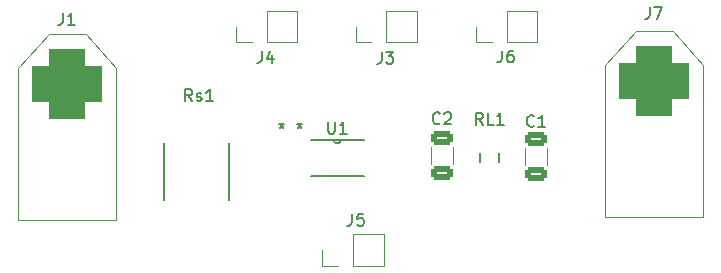
<source format=gto>
%TF.GenerationSoftware,KiCad,Pcbnew,7.0.2*%
%TF.CreationDate,2023-06-26T21:49:35-07:00*%
%TF.ProjectId,Current Sense Standalone,43757272-656e-4742-9053-656e73652053,rev?*%
%TF.SameCoordinates,Original*%
%TF.FileFunction,Legend,Top*%
%TF.FilePolarity,Positive*%
%FSLAX46Y46*%
G04 Gerber Fmt 4.6, Leading zero omitted, Abs format (unit mm)*
G04 Created by KiCad (PCBNEW 7.0.2) date 2023-06-26 21:49:35*
%MOMM*%
%LPD*%
G01*
G04 APERTURE LIST*
G04 Aperture macros list*
%AMRoundRect*
0 Rectangle with rounded corners*
0 $1 Rounding radius*
0 $2 $3 $4 $5 $6 $7 $8 $9 X,Y pos of 4 corners*
0 Add a 4 corners polygon primitive as box body*
4,1,4,$2,$3,$4,$5,$6,$7,$8,$9,$2,$3,0*
0 Add four circle primitives for the rounded corners*
1,1,$1+$1,$2,$3*
1,1,$1+$1,$4,$5*
1,1,$1+$1,$6,$7*
1,1,$1+$1,$8,$9*
0 Add four rect primitives between the rounded corners*
20,1,$1+$1,$2,$3,$4,$5,0*
20,1,$1+$1,$4,$5,$6,$7,0*
20,1,$1+$1,$6,$7,$8,$9,0*
20,1,$1+$1,$8,$9,$2,$3,0*%
G04 Aperture macros list end*
%ADD10C,0.150000*%
%ADD11C,0.152400*%
%ADD12C,0.127000*%
%ADD13C,0.120000*%
%ADD14R,1.473200X0.355600*%
%ADD15R,6.200000X2.700000*%
%ADD16R,1.800000X1.600000*%
%ADD17C,6.000000*%
%ADD18RoundRect,1.500000X-1.500000X1.500000X-1.500000X-1.500000X1.500000X-1.500000X1.500000X1.500000X0*%
%ADD19R,1.700000X1.700000*%
%ADD20O,1.700000X1.700000*%
%ADD21RoundRect,0.250000X-0.650000X0.325000X-0.650000X-0.325000X0.650000X-0.325000X0.650000X0.325000X0*%
G04 APERTURE END LIST*
D10*
X141097095Y-91877618D02*
X141097095Y-92687141D01*
X141097095Y-92687141D02*
X141144714Y-92782379D01*
X141144714Y-92782379D02*
X141192333Y-92829999D01*
X141192333Y-92829999D02*
X141287571Y-92877618D01*
X141287571Y-92877618D02*
X141478047Y-92877618D01*
X141478047Y-92877618D02*
X141573285Y-92829999D01*
X141573285Y-92829999D02*
X141620904Y-92782379D01*
X141620904Y-92782379D02*
X141668523Y-92687141D01*
X141668523Y-92687141D02*
X141668523Y-91877618D01*
X142668523Y-92877618D02*
X142097095Y-92877618D01*
X142382809Y-92877618D02*
X142382809Y-91877618D01*
X142382809Y-91877618D02*
X142287571Y-92020475D01*
X142287571Y-92020475D02*
X142192333Y-92115713D01*
X142192333Y-92115713D02*
X142097095Y-92163332D01*
X137160000Y-91944018D02*
X137160000Y-92182113D01*
X136921905Y-92086875D02*
X137160000Y-92182113D01*
X137160000Y-92182113D02*
X137398095Y-92086875D01*
X137017143Y-92372589D02*
X137160000Y-92182113D01*
X137160000Y-92182113D02*
X137302857Y-92372589D01*
X138684000Y-91944018D02*
X138684000Y-92182113D01*
X138445905Y-92086875D02*
X138684000Y-92182113D01*
X138684000Y-92182113D02*
X138922095Y-92086875D01*
X138541143Y-92372589D02*
X138684000Y-92182113D01*
X138684000Y-92182113D02*
X138826857Y-92372589D01*
X129581691Y-90121481D02*
X129248358Y-89645290D01*
X129010263Y-90121481D02*
X129010263Y-89121481D01*
X129010263Y-89121481D02*
X129391215Y-89121481D01*
X129391215Y-89121481D02*
X129486453Y-89169100D01*
X129486453Y-89169100D02*
X129534072Y-89216719D01*
X129534072Y-89216719D02*
X129581691Y-89311957D01*
X129581691Y-89311957D02*
X129581691Y-89454814D01*
X129581691Y-89454814D02*
X129534072Y-89550052D01*
X129534072Y-89550052D02*
X129486453Y-89597671D01*
X129486453Y-89597671D02*
X129391215Y-89645290D01*
X129391215Y-89645290D02*
X129010263Y-89645290D01*
X129962644Y-90073862D02*
X130057882Y-90121481D01*
X130057882Y-90121481D02*
X130248358Y-90121481D01*
X130248358Y-90121481D02*
X130343596Y-90073862D01*
X130343596Y-90073862D02*
X130391215Y-89978623D01*
X130391215Y-89978623D02*
X130391215Y-89931004D01*
X130391215Y-89931004D02*
X130343596Y-89835766D01*
X130343596Y-89835766D02*
X130248358Y-89788147D01*
X130248358Y-89788147D02*
X130105501Y-89788147D01*
X130105501Y-89788147D02*
X130010263Y-89740528D01*
X130010263Y-89740528D02*
X129962644Y-89645290D01*
X129962644Y-89645290D02*
X129962644Y-89597671D01*
X129962644Y-89597671D02*
X130010263Y-89502433D01*
X130010263Y-89502433D02*
X130105501Y-89454814D01*
X130105501Y-89454814D02*
X130248358Y-89454814D01*
X130248358Y-89454814D02*
X130343596Y-89502433D01*
X131343596Y-90121481D02*
X130772168Y-90121481D01*
X131057882Y-90121481D02*
X131057882Y-89121481D01*
X131057882Y-89121481D02*
X130962644Y-89264338D01*
X130962644Y-89264338D02*
X130867406Y-89359576D01*
X130867406Y-89359576D02*
X130772168Y-89407195D01*
X154213731Y-92111420D02*
X153880398Y-91635229D01*
X153642303Y-92111420D02*
X153642303Y-91111420D01*
X153642303Y-91111420D02*
X154023255Y-91111420D01*
X154023255Y-91111420D02*
X154118493Y-91159039D01*
X154118493Y-91159039D02*
X154166112Y-91206658D01*
X154166112Y-91206658D02*
X154213731Y-91301896D01*
X154213731Y-91301896D02*
X154213731Y-91444753D01*
X154213731Y-91444753D02*
X154166112Y-91539991D01*
X154166112Y-91539991D02*
X154118493Y-91587610D01*
X154118493Y-91587610D02*
X154023255Y-91635229D01*
X154023255Y-91635229D02*
X153642303Y-91635229D01*
X155118493Y-92111420D02*
X154642303Y-92111420D01*
X154642303Y-92111420D02*
X154642303Y-91111420D01*
X155975636Y-92111420D02*
X155404208Y-92111420D01*
X155689922Y-92111420D02*
X155689922Y-91111420D01*
X155689922Y-91111420D02*
X155594684Y-91254277D01*
X155594684Y-91254277D02*
X155499446Y-91349515D01*
X155499446Y-91349515D02*
X155404208Y-91397134D01*
X168344871Y-82143479D02*
X168344871Y-82857764D01*
X168344871Y-82857764D02*
X168297252Y-83000621D01*
X168297252Y-83000621D02*
X168202014Y-83095860D01*
X168202014Y-83095860D02*
X168059157Y-83143479D01*
X168059157Y-83143479D02*
X167963919Y-83143479D01*
X168725824Y-82143479D02*
X169392490Y-82143479D01*
X169392490Y-82143479D02*
X168963919Y-83143479D01*
X155816435Y-85843331D02*
X155816435Y-86557616D01*
X155816435Y-86557616D02*
X155768816Y-86700473D01*
X155768816Y-86700473D02*
X155673578Y-86795712D01*
X155673578Y-86795712D02*
X155530721Y-86843331D01*
X155530721Y-86843331D02*
X155435483Y-86843331D01*
X156721197Y-85843331D02*
X156530721Y-85843331D01*
X156530721Y-85843331D02*
X156435483Y-85890950D01*
X156435483Y-85890950D02*
X156387864Y-85938569D01*
X156387864Y-85938569D02*
X156292626Y-86081426D01*
X156292626Y-86081426D02*
X156245007Y-86271902D01*
X156245007Y-86271902D02*
X156245007Y-86652854D01*
X156245007Y-86652854D02*
X156292626Y-86748092D01*
X156292626Y-86748092D02*
X156340245Y-86795712D01*
X156340245Y-86795712D02*
X156435483Y-86843331D01*
X156435483Y-86843331D02*
X156625959Y-86843331D01*
X156625959Y-86843331D02*
X156721197Y-86795712D01*
X156721197Y-86795712D02*
X156768816Y-86748092D01*
X156768816Y-86748092D02*
X156816435Y-86652854D01*
X156816435Y-86652854D02*
X156816435Y-86414759D01*
X156816435Y-86414759D02*
X156768816Y-86319521D01*
X156768816Y-86319521D02*
X156721197Y-86271902D01*
X156721197Y-86271902D02*
X156625959Y-86224283D01*
X156625959Y-86224283D02*
X156435483Y-86224283D01*
X156435483Y-86224283D02*
X156340245Y-86271902D01*
X156340245Y-86271902D02*
X156292626Y-86319521D01*
X156292626Y-86319521D02*
X156245007Y-86414759D01*
X143116267Y-99674322D02*
X143116267Y-100388607D01*
X143116267Y-100388607D02*
X143068648Y-100531464D01*
X143068648Y-100531464D02*
X142973410Y-100626703D01*
X142973410Y-100626703D02*
X142830553Y-100674322D01*
X142830553Y-100674322D02*
X142735315Y-100674322D01*
X144068648Y-99674322D02*
X143592458Y-99674322D01*
X143592458Y-99674322D02*
X143544839Y-100150512D01*
X143544839Y-100150512D02*
X143592458Y-100102893D01*
X143592458Y-100102893D02*
X143687696Y-100055274D01*
X143687696Y-100055274D02*
X143925791Y-100055274D01*
X143925791Y-100055274D02*
X144021029Y-100102893D01*
X144021029Y-100102893D02*
X144068648Y-100150512D01*
X144068648Y-100150512D02*
X144116267Y-100245750D01*
X144116267Y-100245750D02*
X144116267Y-100483845D01*
X144116267Y-100483845D02*
X144068648Y-100579083D01*
X144068648Y-100579083D02*
X144021029Y-100626703D01*
X144021029Y-100626703D02*
X143925791Y-100674322D01*
X143925791Y-100674322D02*
X143687696Y-100674322D01*
X143687696Y-100674322D02*
X143592458Y-100626703D01*
X143592458Y-100626703D02*
X143544839Y-100579083D01*
X135480817Y-85894944D02*
X135480817Y-86609229D01*
X135480817Y-86609229D02*
X135433198Y-86752086D01*
X135433198Y-86752086D02*
X135337960Y-86847325D01*
X135337960Y-86847325D02*
X135195103Y-86894944D01*
X135195103Y-86894944D02*
X135099865Y-86894944D01*
X136385579Y-86228277D02*
X136385579Y-86894944D01*
X136147484Y-85847325D02*
X135909389Y-86561610D01*
X135909389Y-86561610D02*
X136528436Y-86561610D01*
X145622819Y-85946557D02*
X145622819Y-86660842D01*
X145622819Y-86660842D02*
X145575200Y-86803699D01*
X145575200Y-86803699D02*
X145479962Y-86898938D01*
X145479962Y-86898938D02*
X145337105Y-86946557D01*
X145337105Y-86946557D02*
X145241867Y-86946557D01*
X146003772Y-85946557D02*
X146622819Y-85946557D01*
X146622819Y-85946557D02*
X146289486Y-86327509D01*
X146289486Y-86327509D02*
X146432343Y-86327509D01*
X146432343Y-86327509D02*
X146527581Y-86375128D01*
X146527581Y-86375128D02*
X146575200Y-86422747D01*
X146575200Y-86422747D02*
X146622819Y-86517985D01*
X146622819Y-86517985D02*
X146622819Y-86756080D01*
X146622819Y-86756080D02*
X146575200Y-86851318D01*
X146575200Y-86851318D02*
X146527581Y-86898938D01*
X146527581Y-86898938D02*
X146432343Y-86946557D01*
X146432343Y-86946557D02*
X146146629Y-86946557D01*
X146146629Y-86946557D02*
X146051391Y-86898938D01*
X146051391Y-86898938D02*
X146003772Y-86851318D01*
X118647602Y-82673592D02*
X118647602Y-83387877D01*
X118647602Y-83387877D02*
X118599983Y-83530734D01*
X118599983Y-83530734D02*
X118504745Y-83625973D01*
X118504745Y-83625973D02*
X118361888Y-83673592D01*
X118361888Y-83673592D02*
X118266650Y-83673592D01*
X119647602Y-83673592D02*
X119076174Y-83673592D01*
X119361888Y-83673592D02*
X119361888Y-82673592D01*
X119361888Y-82673592D02*
X119266650Y-82816449D01*
X119266650Y-82816449D02*
X119171412Y-82911687D01*
X119171412Y-82911687D02*
X119076174Y-82959306D01*
X150558449Y-91994118D02*
X150510830Y-92041738D01*
X150510830Y-92041738D02*
X150367973Y-92089357D01*
X150367973Y-92089357D02*
X150272735Y-92089357D01*
X150272735Y-92089357D02*
X150129878Y-92041738D01*
X150129878Y-92041738D02*
X150034640Y-91946499D01*
X150034640Y-91946499D02*
X149987021Y-91851261D01*
X149987021Y-91851261D02*
X149939402Y-91660785D01*
X149939402Y-91660785D02*
X149939402Y-91517928D01*
X149939402Y-91517928D02*
X149987021Y-91327452D01*
X149987021Y-91327452D02*
X150034640Y-91232214D01*
X150034640Y-91232214D02*
X150129878Y-91136976D01*
X150129878Y-91136976D02*
X150272735Y-91089357D01*
X150272735Y-91089357D02*
X150367973Y-91089357D01*
X150367973Y-91089357D02*
X150510830Y-91136976D01*
X150510830Y-91136976D02*
X150558449Y-91184595D01*
X150939402Y-91184595D02*
X150987021Y-91136976D01*
X150987021Y-91136976D02*
X151082259Y-91089357D01*
X151082259Y-91089357D02*
X151320354Y-91089357D01*
X151320354Y-91089357D02*
X151415592Y-91136976D01*
X151415592Y-91136976D02*
X151463211Y-91184595D01*
X151463211Y-91184595D02*
X151510830Y-91279833D01*
X151510830Y-91279833D02*
X151510830Y-91375071D01*
X151510830Y-91375071D02*
X151463211Y-91517928D01*
X151463211Y-91517928D02*
X150891783Y-92089357D01*
X150891783Y-92089357D02*
X151510830Y-92089357D01*
X158521713Y-92205269D02*
X158474094Y-92252889D01*
X158474094Y-92252889D02*
X158331237Y-92300508D01*
X158331237Y-92300508D02*
X158235999Y-92300508D01*
X158235999Y-92300508D02*
X158093142Y-92252889D01*
X158093142Y-92252889D02*
X157997904Y-92157650D01*
X157997904Y-92157650D02*
X157950285Y-92062412D01*
X157950285Y-92062412D02*
X157902666Y-91871936D01*
X157902666Y-91871936D02*
X157902666Y-91729079D01*
X157902666Y-91729079D02*
X157950285Y-91538603D01*
X157950285Y-91538603D02*
X157997904Y-91443365D01*
X157997904Y-91443365D02*
X158093142Y-91348127D01*
X158093142Y-91348127D02*
X158235999Y-91300508D01*
X158235999Y-91300508D02*
X158331237Y-91300508D01*
X158331237Y-91300508D02*
X158474094Y-91348127D01*
X158474094Y-91348127D02*
X158521713Y-91395746D01*
X159474094Y-92300508D02*
X158902666Y-92300508D01*
X159188380Y-92300508D02*
X159188380Y-91300508D01*
X159188380Y-91300508D02*
X159093142Y-91443365D01*
X159093142Y-91443365D02*
X158997904Y-91538603D01*
X158997904Y-91538603D02*
X158902666Y-91586222D01*
D11*
X139611100Y-96504399D02*
X144106900Y-96504399D01*
X144106900Y-93405599D02*
X139611100Y-93405599D01*
X141554200Y-93405599D02*
G75*
G03*
X142163800Y-93405599I304800J0D01*
G01*
D10*
X127209273Y-98523011D02*
X127209273Y-93673011D01*
X132709273Y-98523011D02*
X132709273Y-93673011D01*
D12*
X155583375Y-94509624D02*
X155583375Y-95309624D01*
X153983375Y-94509624D02*
X153983375Y-95309624D01*
D13*
X172824045Y-99911822D02*
X172824045Y-87061822D01*
X170274045Y-84211822D02*
X167124045Y-84211822D01*
X164524045Y-87061822D02*
X164524045Y-99911822D01*
X164524045Y-99911822D02*
X172824045Y-99911822D01*
X172824045Y-87061822D02*
X170274045Y-84211822D01*
X167124045Y-84211822D02*
X164524045Y-87061822D01*
X154940000Y-85150000D02*
X153610000Y-85150000D01*
X158810000Y-85150000D02*
X158810000Y-82490000D01*
X156210000Y-85150000D02*
X158810000Y-85150000D01*
X156210000Y-85150000D02*
X156210000Y-82490000D01*
X153610000Y-85150000D02*
X153610000Y-83820000D01*
X156210000Y-82490000D02*
X158810000Y-82490000D01*
X141928963Y-104068800D02*
X140598963Y-104068800D01*
X145798963Y-104068800D02*
X145798963Y-101408800D01*
X143198963Y-104068800D02*
X145798963Y-104068800D01*
X143198963Y-104068800D02*
X143198963Y-101408800D01*
X140598963Y-104068800D02*
X140598963Y-102738800D01*
X143198963Y-101408800D02*
X145798963Y-101408800D01*
X134620000Y-85150000D02*
X133290000Y-85150000D01*
X138490000Y-85150000D02*
X138490000Y-82490000D01*
X135890000Y-85150000D02*
X138490000Y-85150000D01*
X135890000Y-85150000D02*
X135890000Y-82490000D01*
X133290000Y-85150000D02*
X133290000Y-83820000D01*
X135890000Y-82490000D02*
X138490000Y-82490000D01*
X144765000Y-85150000D02*
X143435000Y-85150000D01*
X148635000Y-85150000D02*
X148635000Y-82490000D01*
X146035000Y-85150000D02*
X148635000Y-85150000D01*
X146035000Y-85150000D02*
X146035000Y-82490000D01*
X143435000Y-85150000D02*
X143435000Y-83820000D01*
X146035000Y-82490000D02*
X148635000Y-82490000D01*
X123130936Y-100160973D02*
X123130936Y-87310973D01*
X120580936Y-84460973D02*
X117430936Y-84460973D01*
X114830936Y-87310973D02*
X114830936Y-100160973D01*
X114830936Y-100160973D02*
X123130936Y-100160973D01*
X123130936Y-87310973D02*
X120580936Y-84460973D01*
X117430936Y-84460973D02*
X114830936Y-87310973D01*
X151651329Y-94027614D02*
X151651329Y-95450118D01*
X149831329Y-94027614D02*
X149831329Y-95450118D01*
X159603078Y-94118532D02*
X159603078Y-95541036D01*
X157783078Y-94118532D02*
X157783078Y-95541036D01*
%LPC*%
D14*
X138938000Y-93980000D03*
X138938000Y-94629998D03*
X138938000Y-95280000D03*
X138938000Y-95929998D03*
X144780000Y-95929998D03*
X144780000Y-95280000D03*
X144780000Y-94629998D03*
X144780000Y-93980000D03*
D15*
X129959273Y-100248011D03*
X129959273Y-91948011D03*
D16*
X154783375Y-93509624D03*
X154783375Y-96309624D03*
D17*
X168674045Y-95661822D03*
D18*
X168674045Y-88461822D03*
D19*
X154940000Y-83820000D03*
D20*
X157480000Y-83820000D03*
D19*
X141928963Y-102738800D03*
D20*
X144468963Y-102738800D03*
D19*
X134620000Y-83820000D03*
D20*
X137160000Y-83820000D03*
D19*
X144765000Y-83820000D03*
D20*
X147305000Y-83820000D03*
D18*
X118980936Y-88710973D03*
D17*
X118980936Y-95910973D03*
D21*
X150741329Y-93263866D03*
X150741329Y-96213866D03*
X158693078Y-93354784D03*
X158693078Y-96304784D03*
%LPD*%
M02*

</source>
